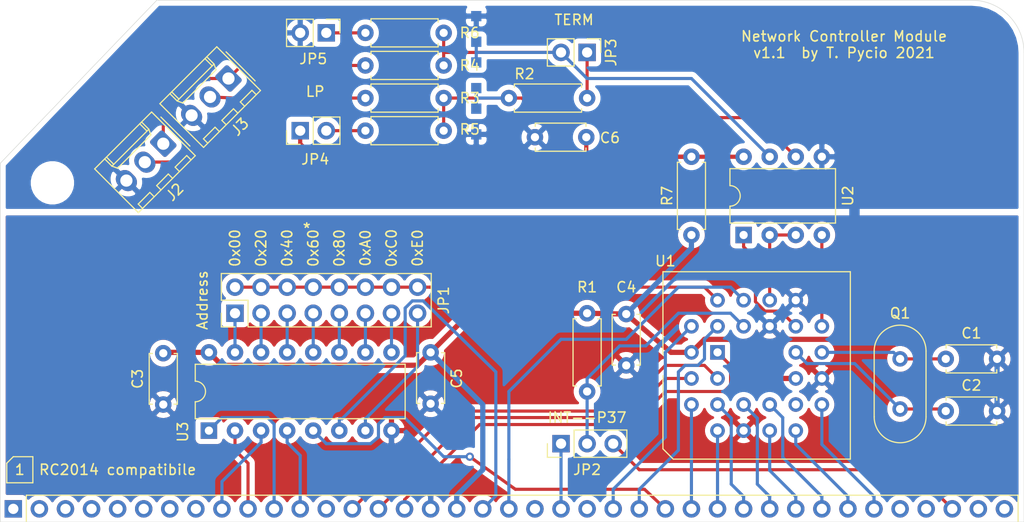
<source format=kicad_pcb>
(kicad_pcb (version 20171130) (host pcbnew "(5.1.10)-1")
  (layers (0 F.Cu signal hide) (31 B.Cu signal hide) (34 B.Paste user) (35 F.Paste user) (36 B.SilkS user) (37 F.SilkS user) (38 B.Mask user) (39 F.Mask user) (44 Edge.Cuts user))
  (net 0 "")
  (net 1 "Net-(J1-Pad39)")
  (net 2 "Net-(J1-Pad38)")
  (net 3 "Net-(J1-Pad37)")
  (net 4 "Net-(J1-Pad36)")
  (net 5 "Net-(J1-Pad35)")
  (net 6 "Net-(J1-Pad23)")
  (net 7 "Net-(J1-Pad21)")
  (net 8 "Net-(J1-Pad13)")
  (net 9 "Net-(J1-Pad8)")
  (net 10 "Net-(J1-Pad7)")
  (net 11 "Net-(J1-Pad6)")
  (net 12 "Net-(J1-Pad5)")
  (net 13 "Net-(J1-Pad4)")
  (net 14 "Net-(J1-Pad3)")
  (net 15 "Net-(J1-Pad2)")
  (net 16 "Net-(J1-Pad1)")
  (net 17 "Net-(U1-Pad13)")
  (net 18 GND)
  (net 19 "Net-(C1-Pad1)")
  (net 20 "Net-(C2-Pad1)")
  (net 21 /D7)
  (net 22 /D6)
  (net 23 /D5)
  (net 24 /D4)
  (net 25 /D3)
  (net 26 /D2)
  (net 27 /D1)
  (net 28 /D0)
  (net 29 /~IORQ)
  (net 30 /~RST)
  (net 31 /~M1)
  (net 32 VCC)
  (net 33 /A0)
  (net 34 /A1)
  (net 35 /A2)
  (net 36 /A4)
  (net 37 /A5)
  (net 38 /A6)
  (net 39 /A7)
  (net 40 /~CE)
  (net 41 "Net-(JP1-Pad15)")
  (net 42 "Net-(JP1-Pad13)")
  (net 43 "Net-(JP1-Pad11)")
  (net 44 "Net-(JP1-Pad9)")
  (net 45 "Net-(JP1-Pad7)")
  (net 46 "Net-(JP1-Pad5)")
  (net 47 "Net-(JP1-Pad3)")
  (net 48 "Net-(JP1-Pad1)")
  (net 49 /~WR)
  (net 50 /~RD)
  (net 51 /EN)
  (net 52 /RX)
  (net 53 /TX)
  (net 54 "Net-(D1-Pad1)")
  (net 55 "Net-(D2-Pad1)")
  (net 56 "Net-(JP3-Pad1)")
  (net 57 /~INT)
  (net 58 "Net-(J2-Pad2)")
  (net 59 "Net-(J2-Pad1)")
  (net 60 /~INTR)
  (net 61 "Net-(JP4-Pad2)")
  (net 62 "Net-(JP5-Pad1)")
  (net 63 VBUS)
  (module Package_LCC:PLCC-28_THT-Socket (layer F.Cu) (at 183.515 104.775 90)
    (fp_text reference U1 (at 8.89 -5.08 180) (layer F.SilkS))
    (fp_text value COM20020)
    (pad 25 thru_hole circle (at 5.08 0 90) (size 1.4224 1.4224) (drill 0.8) (layers *.Cu *.Mask) (net 40 /~CE))
    (pad 23 thru_hole circle (at 5.08 2.54 90) (size 1.4224 1.4224) (drill 0.8) (layers *.Cu *.Mask) (net 30 /~RST))
    (pad 21 thru_hole circle (at 5.08 5.08 90) (size 1.4224 1.4224) (drill 0.8) (layers *.Cu *.Mask) (net 51 /EN))
    (pad 26 thru_hole circle (at 2.54 -2.54 90) (size 1.4224 1.4224) (drill 0.8) (layers *.Cu *.Mask) (net 49 /~WR))
    (pad 24 thru_hole circle (at 2.54 2.54 90) (size 1.4224 1.4224) (drill 0.8) (layers *.Cu *.Mask) (net 60 /~INTR))
    (pad 22 thru_hole circle (at 2.54 5.08 90) (size 1.4224 1.4224) (drill 0.8) (layers *.Cu *.Mask) (net 18 GND))
    (pad 20 thru_hole circle (at 2.54 7.62 90) (size 1.4224 1.4224) (drill 0.8) (layers *.Cu *.Mask) (net 52 /RX))
    (pad 18 thru_hole circle (at 2.54 10.16 90) (size 1.4224 1.4224) (drill 0.8) (layers *.Cu *.Mask) (net 53 /TX))
    (pad 16 thru_hole circle (at 0 10.16 90) (size 1.4224 1.4224) (drill 0.8) (layers *.Cu *.Mask) (net 19 "Net-(C1-Pad1)"))
    (pad 14 thru_hole circle (at -2.54 10.16 90) (size 1.4224 1.4224) (drill 0.8) (layers *.Cu *.Mask) (net 18 GND))
    (pad 12 thru_hole circle (at -5.08 10.16 90) (size 1.4224 1.4224) (drill 0.8) (layers *.Cu *.Mask) (net 21 /D7))
    (pad 19 thru_hole circle (at 5.08 7.62 90) (size 1.4224 1.4224) (drill 0.8) (layers *.Cu *.Mask) (net 18 GND))
    (pad 17 thru_hole circle (at 0 7.62 90) (size 1.4224 1.4224) (drill 0.8) (layers *.Cu *.Mask) (net 20 "Net-(C2-Pad1)"))
    (pad 15 thru_hole circle (at -2.54 7.62 90) (size 1.4224 1.4224) (drill 0.8) (layers *.Cu *.Mask) (net 32 VCC))
    (pad 13 thru_hole circle (at -5.08 7.62 90) (size 1.4224 1.4224) (drill 0.8) (layers *.Cu *.Mask) (net 17 "Net-(U1-Pad13)"))
    (pad 11 thru_hole circle (at -7.62 7.62 90) (size 1.4224 1.4224) (drill 0.8) (layers *.Cu *.Mask) (net 22 /D6))
    (pad 9 thru_hole circle (at -7.62 5.08 90) (size 1.4224 1.4224) (drill 0.8) (layers *.Cu *.Mask) (net 24 /D4))
    (pad 7 thru_hole circle (at -7.62 2.54 90) (size 1.4224 1.4224) (drill 0.8) (layers *.Cu *.Mask) (net 18 GND))
    (pad 5 thru_hole circle (at -7.62 0 90) (size 1.4224 1.4224) (drill 0.8) (layers *.Cu *.Mask) (net 27 /D1))
    (pad 10 thru_hole circle (at -5.08 5.08 90) (size 1.4224 1.4224) (drill 0.8) (layers *.Cu *.Mask) (net 23 /D5))
    (pad 8 thru_hole circle (at -5.08 2.54 90) (size 1.4224 1.4224) (drill 0.8) (layers *.Cu *.Mask) (net 25 /D3))
    (pad 6 thru_hole circle (at -5.08 0 90) (size 1.4224 1.4224) (drill 0.8) (layers *.Cu *.Mask) (net 26 /D2))
    (pad 28 thru_hole circle (at 0 -2.54 90) (size 1.4224 1.4224) (drill 0.8) (layers *.Cu *.Mask) (net 32 VCC))
    (pad 4 thru_hole circle (at -5.08 -2.54 90) (size 1.4224 1.4224) (drill 0.8) (layers *.Cu *.Mask) (net 28 /D0))
    (pad 2 thru_hole circle (at -2.54 -2.54 90) (size 1.4224 1.4224) (drill 0.8) (layers *.Cu *.Mask) (net 34 /A1))
    (pad 27 thru_hole circle (at 2.54 0 90) (size 1.4224 1.4224) (drill 0.8) (layers *.Cu *.Mask) (net 50 /~RD))
    (pad 3 thru_hole circle (at -2.54 0 90) (size 1.4224 1.4224) (drill 0.8) (layers *.Cu *.Mask) (net 35 /A2))
    (pad 1 thru_hole rect (at 0 0 90) (size 1.4224 1.4224) (drill 0.8) (layers *.Cu *.Mask) (net 33 /A0))
  )
  (module Resistor_THT:R_Axial_DIN0207_L6.3mm_D2.5mm_P7.62mm_Horizontal (layer F.Cu) (at 170.815 100.965 270)
    (fp_text reference R1 (at -2.54 0 180) (layer F.SilkS))
    (fp_text value 10k)
    (pad 2 thru_hole oval (at 7.62 0 270) (size 1.6 1.6) (drill 0.8) (layers *.Cu *.Mask) (net 60 /~INTR))
    (pad 1 thru_hole circle (at 0 0 270) (size 1.6 1.6) (drill 0.8) (layers *.Cu *.Mask) (net 32 VCC))
  )
  (module Capacitor_THT:C_Disc_D4.7mm_W2.5mm_P5.00mm (layer F.Cu) (at 155.575 109.775 90)
    (fp_text reference C5 (at 2.46 2.54 90) (layer F.SilkS))
    (fp_text value 100n)
    (pad 2 thru_hole circle (at 5 0 90) (size 1.6 1.6) (drill 0.8) (layers *.Cu *.Mask) (net 32 VCC))
    (pad 1 thru_hole circle (at 0 0 90) (size 1.6 1.6) (drill 0.8) (layers *.Cu *.Mask) (net 18 GND))
  )
  (module Crystal:Crystal_HC49-4H_Vertical (layer F.Cu) (at 201.295 105.41 270)
    (fp_text reference Q1 (at -4.445 0 180) (layer F.SilkS))
    (fp_text value 10MHz)
    (pad 2 thru_hole circle (at 4.88 0 270) (size 1.5 1.5) (drill 0.8) (layers *.Cu *.Mask) (net 20 "Net-(C2-Pad1)"))
    (pad 1 thru_hole circle (at 0 0 270) (size 1.5 1.5) (drill 0.8) (layers *.Cu *.Mask) (net 19 "Net-(C1-Pad1)"))
  )
  (module Connector_PinHeader_2.54mm:PinHeader_1x03_P2.54mm_Vertical (layer F.Cu) (at 168.275 113.665 90)
    (fp_text reference JP2 (at -2.54 2.54 180) (layer F.SilkS))
    (fp_text value INTR)
    (pad 3 thru_hole oval (at 0 5.08 90) (size 1.7 1.7) (drill 1) (layers *.Cu *.Mask) (net 3 "Net-(J1-Pad37)"))
    (pad 2 thru_hole oval (at 0 2.54 90) (size 1.7 1.7) (drill 1) (layers *.Cu *.Mask) (net 60 /~INTR))
    (pad 1 thru_hole rect (at 0 0 90) (size 1.7 1.7) (drill 1) (layers *.Cu *.Mask) (net 57 /~INT))
  )
  (module RC2014:D_SOD-323_HandSolder (layer B.Cu) (at 160.02 77.7875 90)
    (fp_text reference D3 hide)
    (fp_text value SD05)
    (pad 2 smd rect (at 1.25 0 90) (size 1 1) (layers B.Cu B.Paste B.Mask) (net 54 "Net-(D1-Pad1)"))
    (pad 1 smd rect (at -1.25 0 90) (size 1 1) (layers B.Cu B.Paste B.Mask) (net 55 "Net-(D2-Pad1)"))
  )
  (module RC2014:D_SOD-323_HandSolder (layer B.Cu) (at 160.02 82.296 270)
    (fp_text reference D2 hide)
    (fp_text value SD05)
    (pad 2 smd rect (at 1.25 0 270) (size 1 1) (layers B.Cu B.Paste B.Mask) (net 18 GND))
    (pad 1 smd rect (at -1.25 0 270) (size 1 1) (layers B.Cu B.Paste B.Mask) (net 55 "Net-(D2-Pad1)"))
  )
  (module RC2014:D_SOD-323_HandSolder (layer B.Cu) (at 160.02 73.279 90)
    (fp_text reference D1 hide)
    (fp_text value SD05)
    (pad 2 smd rect (at 1.25 0 90) (size 1 1) (layers B.Cu B.Paste B.Mask) (net 18 GND))
    (pad 1 smd rect (at -1.25 0 90) (size 1 1) (layers B.Cu B.Paste B.Mask) (net 54 "Net-(D1-Pad1)"))
  )
  (module Resistor_THT:R_Axial_DIN0207_L6.3mm_D2.5mm_P7.62mm_Horizontal (layer F.Cu) (at 180.975 93.345 90)
    (fp_text reference R7 (at 3.81 -2.37 90) (layer F.SilkS))
    (fp_text value 10)
    (pad 2 thru_hole oval (at 7.62 0 90) (size 1.6 1.6) (drill 0.8) (layers *.Cu *.Mask) (net 63 VBUS))
    (pad 1 thru_hole circle (at 0 0 90) (size 1.6 1.6) (drill 0.8) (layers *.Cu *.Mask) (net 32 VCC))
  )
  (module Capacitor_THT:C_Disc_D4.7mm_W2.5mm_P5.00mm (layer F.Cu) (at 165.735 83.82)
    (fp_text reference C6 (at 7.3025 0.0635) (layer F.SilkS))
    (fp_text value 100n)
    (pad 2 thru_hole circle (at 5 0) (size 1.6 1.6) (drill 0.8) (layers *.Cu *.Mask) (net 63 VBUS))
    (pad 1 thru_hole circle (at 0 0) (size 1.6 1.6) (drill 0.8) (layers *.Cu *.Mask) (net 18 GND))
  )
  (module Package_DIP:DIP-8_W7.62mm (layer F.Cu) (at 186.055 93.345 90)
    (fp_text reference U2 (at 3.81 10.16 270) (layer F.SilkS))
    (fp_text value 75176)
    (pad 8 thru_hole oval (at 7.62 0 90) (size 1.6 1.6) (drill 0.8) (layers *.Cu *.Mask) (net 63 VBUS))
    (pad 4 thru_hole oval (at 0 7.62 90) (size 1.6 1.6) (drill 0.8) (layers *.Cu *.Mask) (net 53 /TX))
    (pad 7 thru_hole oval (at 7.62 2.54 90) (size 1.6 1.6) (drill 0.8) (layers *.Cu *.Mask) (net 54 "Net-(D1-Pad1)"))
    (pad 3 thru_hole oval (at 0 5.08 90) (size 1.6 1.6) (drill 0.8) (layers *.Cu *.Mask) (net 51 /EN))
    (pad 6 thru_hole oval (at 7.62 5.08 90) (size 1.6 1.6) (drill 0.8) (layers *.Cu *.Mask) (net 55 "Net-(D2-Pad1)"))
    (pad 2 thru_hole oval (at 0 2.54 90) (size 1.6 1.6) (drill 0.8) (layers *.Cu *.Mask) (net 51 /EN))
    (pad 5 thru_hole oval (at 7.62 7.62 90) (size 1.6 1.6) (drill 0.8) (layers *.Cu *.Mask) (net 18 GND))
    (pad 1 thru_hole rect (at 0 0 90) (size 1.6 1.6) (drill 0.8) (layers *.Cu *.Mask) (net 52 /RX))
  )
  (module Resistor_THT:R_Axial_DIN0207_L6.3mm_D2.5mm_P7.62mm_Horizontal (layer F.Cu) (at 156.845 73.66 180)
    (fp_text reference R6 (at -2.54 0) (layer F.SilkS))
    (fp_text value 47k)
    (pad 2 thru_hole oval (at 7.62 0 180) (size 1.6 1.6) (drill 0.8) (layers *.Cu *.Mask) (net 62 "Net-(JP5-Pad1)"))
    (pad 1 thru_hole circle (at 0 0 180) (size 1.6 1.6) (drill 0.8) (layers *.Cu *.Mask) (net 54 "Net-(D1-Pad1)"))
  )
  (module Resistor_THT:R_Axial_DIN0207_L6.3mm_D2.5mm_P7.62mm_Horizontal (layer F.Cu) (at 149.225 83.185)
    (fp_text reference R5 (at 10.16 -0.127) (layer F.SilkS))
    (fp_text value 47k)
    (pad 2 thru_hole oval (at 7.62 0) (size 1.6 1.6) (drill 0.8) (layers *.Cu *.Mask) (net 55 "Net-(D2-Pad1)"))
    (pad 1 thru_hole circle (at 0 0) (size 1.6 1.6) (drill 0.8) (layers *.Cu *.Mask) (net 61 "Net-(JP4-Pad2)"))
  )
  (module Connector_PinHeader_2.54mm:PinHeader_1x02_P2.54mm_Vertical (layer F.Cu) (at 145.415 73.66 270)
    (fp_text reference JP5 (at 2.54 1.27 180) (layer F.SilkS))
    (fp_text value LP (at 5.715 1.0795 180) (layer F.SilkS))
    (pad 2 thru_hole oval (at 0 2.54 270) (size 1.7 1.7) (drill 1) (layers *.Cu *.Mask) (net 18 GND))
    (pad 1 thru_hole rect (at 0 0 270) (size 1.7 1.7) (drill 1) (layers *.Cu *.Mask) (net 62 "Net-(JP5-Pad1)"))
  )
  (module Connector_PinHeader_2.54mm:PinHeader_1x02_P2.54mm_Vertical (layer F.Cu) (at 142.875 83.185 90)
    (fp_text reference JP4 (at -2.794 1.4605 180) (layer F.SilkS))
    (fp_text value LP)
    (pad 2 thru_hole oval (at 0 2.54 90) (size 1.7 1.7) (drill 1) (layers *.Cu *.Mask) (net 61 "Net-(JP4-Pad2)"))
    (pad 1 thru_hole rect (at 0 0 90) (size 1.7 1.7) (drill 1) (layers *.Cu *.Mask) (net 63 VBUS))
  )
  (module Connector_Molex:Molex_KK-254_AE-6410-03A_1x03_P2.54mm_Vertical (layer F.Cu) (at 135.89 78.105 225)
    (fp_text reference J3 (at 2.54 -4.12 45) (layer F.SilkS))
    (fp_text value NET2)
    (pad 3 thru_hole oval (at 5.08 0 225) (size 1.74 2.19) (drill 1.19) (layers *.Cu *.Mask) (net 18 GND))
    (pad 2 thru_hole oval (at 2.54 0 225) (size 1.74 2.19) (drill 1.19) (layers *.Cu *.Mask) (net 58 "Net-(J2-Pad2)"))
    (pad 1 thru_hole roundrect (at 0 0 225) (size 1.74 2.19) (drill 1.19) (layers *.Cu *.Mask) (roundrect_rratio 0.1436775862068966) (net 59 "Net-(J2-Pad1)"))
  )
  (module Connector_Molex:Molex_KK-254_AE-6410-03A_1x03_P2.54mm_Vertical (layer F.Cu) (at 129.54 84.455 225)
    (fp_text reference J2 (at 2.54 -4.12 45) (layer F.SilkS))
    (fp_text value NET1)
    (pad 3 thru_hole oval (at 5.08 0 225) (size 1.74 2.19) (drill 1.19) (layers *.Cu *.Mask) (net 18 GND))
    (pad 2 thru_hole oval (at 2.54 0 225) (size 1.74 2.19) (drill 1.19) (layers *.Cu *.Mask) (net 58 "Net-(J2-Pad2)"))
    (pad 1 thru_hole roundrect (at 0 0 225) (size 1.74 2.19) (drill 1.19) (layers *.Cu *.Mask) (roundrect_rratio 0.1436775862068966) (net 59 "Net-(J2-Pad1)"))
  )
  (module Resistor_THT:R_Axial_DIN0207_L6.3mm_D2.5mm_P7.62mm_Horizontal (layer F.Cu) (at 149.225 76.835)
    (fp_text reference R4 (at 10.16 0) (layer F.SilkS))
    (fp_text value 10)
    (pad 2 thru_hole oval (at 7.62 0) (size 1.6 1.6) (drill 0.8) (layers *.Cu *.Mask) (net 54 "Net-(D1-Pad1)"))
    (pad 1 thru_hole circle (at 0 0) (size 1.6 1.6) (drill 0.8) (layers *.Cu *.Mask) (net 59 "Net-(J2-Pad1)"))
  )
  (module Resistor_THT:R_Axial_DIN0207_L6.3mm_D2.5mm_P7.62mm_Horizontal (layer F.Cu) (at 156.845 80.01 180)
    (fp_text reference R3 (at -2.54 0) (layer F.SilkS))
    (fp_text value 10)
    (pad 2 thru_hole oval (at 7.62 0 180) (size 1.6 1.6) (drill 0.8) (layers *.Cu *.Mask) (net 58 "Net-(J2-Pad2)"))
    (pad 1 thru_hole circle (at 0 0 180) (size 1.6 1.6) (drill 0.8) (layers *.Cu *.Mask) (net 55 "Net-(D2-Pad1)"))
  )
  (module Resistor_THT:R_Axial_DIN0207_L6.3mm_D2.5mm_P7.62mm_Horizontal (layer F.Cu) (at 170.815 80.01 180)
    (fp_text reference R2 (at 6.096 2.3495) (layer F.SilkS))
    (fp_text value 120)
    (pad 2 thru_hole oval (at 7.62 0 180) (size 1.6 1.6) (drill 0.8) (layers *.Cu *.Mask) (net 55 "Net-(D2-Pad1)"))
    (pad 1 thru_hole circle (at 0 0 180) (size 1.6 1.6) (drill 0.8) (layers *.Cu *.Mask) (net 56 "Net-(JP3-Pad1)"))
  )
  (module Connector_PinHeader_2.54mm:PinHeader_1x02_P2.54mm_Vertical (layer F.Cu) (at 170.815 75.565 270)
    (fp_text reference JP3 (at 0 -2.33 90) (layer F.SilkS))
    (fp_text value TERM (at -3.175 1.27 180) (layer F.SilkS))
    (pad 2 thru_hole oval (at 0 2.54 270) (size 1.7 1.7) (drill 1) (layers *.Cu *.Mask) (net 54 "Net-(D1-Pad1)"))
    (pad 1 thru_hole rect (at 0 0 270) (size 1.7 1.7) (drill 1) (layers *.Cu *.Mask) (net 56 "Net-(JP3-Pad1)"))
  )
  (module Capacitor_THT:C_Disc_D4.7mm_W2.5mm_P5.00mm (layer F.Cu) (at 174.625 106.045 90)
    (fp_text reference C4 (at 7.62 0 180) (layer F.SilkS))
    (fp_text value 100n)
    (pad 2 thru_hole circle (at 5 0 90) (size 1.6 1.6) (drill 0.8) (layers *.Cu *.Mask) (net 32 VCC))
    (pad 1 thru_hole circle (at 0 0 90) (size 1.6 1.6) (drill 0.8) (layers *.Cu *.Mask) (net 18 GND))
  )
  (module Capacitor_THT:C_Disc_D4.7mm_W2.5mm_P5.00mm (layer F.Cu) (at 129.54 109.855 90)
    (fp_text reference C3 (at 2.5 -2.5 90) (layer F.SilkS))
    (fp_text value 100n)
    (pad 2 thru_hole circle (at 5 0 90) (size 1.6 1.6) (drill 0.8) (layers *.Cu *.Mask) (net 32 VCC))
    (pad 1 thru_hole circle (at 0 0 90) (size 1.6 1.6) (drill 0.8) (layers *.Cu *.Mask) (net 18 GND))
  )
  (module Package_DIP:DIP-16_W7.62mm (layer F.Cu) (at 133.985 112.395 90)
    (fp_text reference U3 (at -0.127 -2.54 90) (layer F.SilkS))
    (fp_text value 74HCT138)
    (pad 16 thru_hole oval (at 7.62 0 90) (size 1.6 1.6) (drill 0.8) (layers *.Cu *.Mask) (net 32 VCC))
    (pad 8 thru_hole oval (at 0 17.78 90) (size 1.6 1.6) (drill 0.8) (layers *.Cu *.Mask) (net 18 GND))
    (pad 15 thru_hole oval (at 7.62 2.54 90) (size 1.6 1.6) (drill 0.8) (layers *.Cu *.Mask) (net 48 "Net-(JP1-Pad1)"))
    (pad 7 thru_hole oval (at 0 15.24 90) (size 1.6 1.6) (drill 0.8) (layers *.Cu *.Mask) (net 41 "Net-(JP1-Pad15)"))
    (pad 14 thru_hole oval (at 7.62 5.08 90) (size 1.6 1.6) (drill 0.8) (layers *.Cu *.Mask) (net 47 "Net-(JP1-Pad3)"))
    (pad 6 thru_hole oval (at 0 12.7 90) (size 1.6 1.6) (drill 0.8) (layers *.Cu *.Mask) (net 31 /~M1))
    (pad 13 thru_hole oval (at 7.62 7.62 90) (size 1.6 1.6) (drill 0.8) (layers *.Cu *.Mask) (net 46 "Net-(JP1-Pad5)"))
    (pad 5 thru_hole oval (at 0 10.16 90) (size 1.6 1.6) (drill 0.8) (layers *.Cu *.Mask) (net 29 /~IORQ))
    (pad 12 thru_hole oval (at 7.62 10.16 90) (size 1.6 1.6) (drill 0.8) (layers *.Cu *.Mask) (net 45 "Net-(JP1-Pad7)"))
    (pad 4 thru_hole oval (at 0 7.62 90) (size 1.6 1.6) (drill 0.8) (layers *.Cu *.Mask) (net 36 /A4))
    (pad 11 thru_hole oval (at 7.62 12.7 90) (size 1.6 1.6) (drill 0.8) (layers *.Cu *.Mask) (net 44 "Net-(JP1-Pad9)"))
    (pad 3 thru_hole oval (at 0 5.08 90) (size 1.6 1.6) (drill 0.8) (layers *.Cu *.Mask) (net 39 /A7))
    (pad 10 thru_hole oval (at 7.62 15.24 90) (size 1.6 1.6) (drill 0.8) (layers *.Cu *.Mask) (net 43 "Net-(JP1-Pad11)"))
    (pad 2 thru_hole oval (at 0 2.54 90) (size 1.6 1.6) (drill 0.8) (layers *.Cu *.Mask) (net 38 /A6))
    (pad 9 thru_hole oval (at 7.62 17.78 90) (size 1.6 1.6) (drill 0.8) (layers *.Cu *.Mask) (net 42 "Net-(JP1-Pad13)"))
    (pad 1 thru_hole rect (at 0 0 90) (size 1.6 1.6) (drill 0.8) (layers *.Cu *.Mask) (net 37 /A5))
  )
  (module Connector_PinHeader_2.54mm:PinHeader_2x08_P2.54mm_Vertical (layer F.Cu) (at 136.525 100.965 90)
    (fp_text reference JP1 (at 1.27 20.32 90) (layer F.SilkS))
    (fp_text value Address (at 1.27 -3.175 90) (layer F.SilkS))
    (pad 16 thru_hole oval (at 2.54 17.78 90) (size 1.7 1.7) (drill 1) (layers *.Cu *.Mask) (net 40 /~CE))
    (pad 15 thru_hole oval (at 0 17.78 90) (size 1.7 1.7) (drill 1) (layers *.Cu *.Mask) (net 41 "Net-(JP1-Pad15)"))
    (pad 14 thru_hole oval (at 2.54 15.24 90) (size 1.7 1.7) (drill 1) (layers *.Cu *.Mask) (net 40 /~CE))
    (pad 13 thru_hole oval (at 0 15.24 90) (size 1.7 1.7) (drill 1) (layers *.Cu *.Mask) (net 42 "Net-(JP1-Pad13)"))
    (pad 12 thru_hole oval (at 2.54 12.7 90) (size 1.7 1.7) (drill 1) (layers *.Cu *.Mask) (net 40 /~CE))
    (pad 11 thru_hole oval (at 0 12.7 90) (size 1.7 1.7) (drill 1) (layers *.Cu *.Mask) (net 43 "Net-(JP1-Pad11)"))
    (pad 10 thru_hole oval (at 2.54 10.16 90) (size 1.7 1.7) (drill 1) (layers *.Cu *.Mask) (net 40 /~CE))
    (pad 9 thru_hole oval (at 0 10.16 90) (size 1.7 1.7) (drill 1) (layers *.Cu *.Mask) (net 44 "Net-(JP1-Pad9)"))
    (pad 8 thru_hole oval (at 2.54 7.62 90) (size 1.7 1.7) (drill 1) (layers *.Cu *.Mask) (net 40 /~CE))
    (pad 7 thru_hole oval (at 0 7.62 90) (size 1.7 1.7) (drill 1) (layers *.Cu *.Mask) (net 45 "Net-(JP1-Pad7)"))
    (pad 6 thru_hole oval (at 2.54 5.08 90) (size 1.7 1.7) (drill 1) (layers *.Cu *.Mask) (net 40 /~CE))
    (pad 5 thru_hole oval (at 0 5.08 90) (size 1.7 1.7) (drill 1) (layers *.Cu *.Mask) (net 46 "Net-(JP1-Pad5)"))
    (pad 4 thru_hole oval (at 2.54 2.54 90) (size 1.7 1.7) (drill 1) (layers *.Cu *.Mask) (net 40 /~CE))
    (pad 3 thru_hole oval (at 0 2.54 90) (size 1.7 1.7) (drill 1) (layers *.Cu *.Mask) (net 47 "Net-(JP1-Pad3)"))
    (pad 2 thru_hole oval (at 2.54 0 90) (size 1.7 1.7) (drill 1) (layers *.Cu *.Mask) (net 40 /~CE))
    (pad 1 thru_hole rect (at 0 0 90) (size 1.7 1.7) (drill 1) (layers *.Cu *.Mask) (net 48 "Net-(JP1-Pad1)"))
  )
  (module Capacitor_THT:C_Disc_D4.7mm_W2.5mm_P5.00mm (layer F.Cu) (at 205.74 110.49)
    (fp_text reference C2 (at 2.5 -2.5) (layer F.SilkS))
    (fp_text value 27pF)
    (pad 2 thru_hole circle (at 5 0) (size 1.6 1.6) (drill 0.8) (layers *.Cu *.Mask) (net 18 GND))
    (pad 1 thru_hole circle (at 0 0) (size 1.6 1.6) (drill 0.8) (layers *.Cu *.Mask) (net 20 "Net-(C2-Pad1)"))
  )
  (module Capacitor_THT:C_Disc_D4.7mm_W2.5mm_P5.00mm (layer F.Cu) (at 205.74 105.41)
    (fp_text reference C1 (at 2.5 -2.5) (layer F.SilkS))
    (fp_text value 27pF)
    (pad 2 thru_hole circle (at 5 0) (size 1.6 1.6) (drill 0.8) (layers *.Cu *.Mask) (net 18 GND))
    (pad 1 thru_hole circle (at 0 0) (size 1.6 1.6) (drill 0.8) (layers *.Cu *.Mask) (net 19 "Net-(C1-Pad1)"))
  )
  (module Connector_PinHeader_2.54mm:PinHeader_1x39_P2.54mm_Vertical (layer F.Cu) (at 114.935 120.015 90)
    (fp_text reference J1)
    (fp_text value "RC2014 compatibile" (at 3.81 10.16 180) (layer F.SilkS))
    (pad 39 thru_hole oval (at 0 96.52 90) (size 1.7 1.7) (drill 1) (layers *.Cu *.Mask) (net 1 "Net-(J1-Pad39)"))
    (pad 38 thru_hole oval (at 0 93.98 90) (size 1.7 1.7) (drill 1) (layers *.Cu *.Mask) (net 2 "Net-(J1-Pad38)"))
    (pad 37 thru_hole oval (at 0 91.44 90) (size 1.7 1.7) (drill 1) (layers *.Cu *.Mask) (net 3 "Net-(J1-Pad37)"))
    (pad 36 thru_hole oval (at 0 88.9 90) (size 1.7 1.7) (drill 1) (layers *.Cu *.Mask) (net 4 "Net-(J1-Pad36)"))
    (pad 35 thru_hole oval (at 0 86.36 90) (size 1.7 1.7) (drill 1) (layers *.Cu *.Mask) (net 5 "Net-(J1-Pad35)"))
    (pad 34 thru_hole oval (at 0 83.82 90) (size 1.7 1.7) (drill 1) (layers *.Cu *.Mask) (net 21 /D7))
    (pad 33 thru_hole oval (at 0 81.28 90) (size 1.7 1.7) (drill 1) (layers *.Cu *.Mask) (net 22 /D6))
    (pad 32 thru_hole oval (at 0 78.74 90) (size 1.7 1.7) (drill 1) (layers *.Cu *.Mask) (net 23 /D5))
    (pad 31 thru_hole oval (at 0 76.2 90) (size 1.7 1.7) (drill 1) (layers *.Cu *.Mask) (net 24 /D4))
    (pad 30 thru_hole oval (at 0 73.66 90) (size 1.7 1.7) (drill 1) (layers *.Cu *.Mask) (net 25 /D3))
    (pad 29 thru_hole oval (at 0 71.12 90) (size 1.7 1.7) (drill 1) (layers *.Cu *.Mask) (net 26 /D2))
    (pad 28 thru_hole oval (at 0 68.58 90) (size 1.7 1.7) (drill 1) (layers *.Cu *.Mask) (net 27 /D1))
    (pad 27 thru_hole oval (at 0 66.04 90) (size 1.7 1.7) (drill 1) (layers *.Cu *.Mask) (net 28 /D0))
    (pad 26 thru_hole oval (at 0 63.5 90) (size 1.7 1.7) (drill 1) (layers *.Cu *.Mask) (net 29 /~IORQ))
    (pad 25 thru_hole oval (at 0 60.96 90) (size 1.7 1.7) (drill 1) (layers *.Cu *.Mask) (net 50 /~RD))
    (pad 24 thru_hole oval (at 0 58.42 90) (size 1.7 1.7) (drill 1) (layers *.Cu *.Mask) (net 49 /~WR))
    (pad 23 thru_hole oval (at 0 55.88 90) (size 1.7 1.7) (drill 1) (layers *.Cu *.Mask) (net 6 "Net-(J1-Pad23)"))
    (pad 22 thru_hole oval (at 0 53.34 90) (size 1.7 1.7) (drill 1) (layers *.Cu *.Mask) (net 57 /~INT))
    (pad 21 thru_hole oval (at 0 50.8 90) (size 1.7 1.7) (drill 1) (layers *.Cu *.Mask) (net 7 "Net-(J1-Pad21)"))
    (pad 20 thru_hole oval (at 0 48.26 90) (size 1.7 1.7) (drill 1) (layers *.Cu *.Mask) (net 30 /~RST))
    (pad 19 thru_hole oval (at 0 45.72 90) (size 1.7 1.7) (drill 1) (layers *.Cu *.Mask) (net 31 /~M1))
    (pad 18 thru_hole oval (at 0 43.18 90) (size 1.7 1.7) (drill 1) (layers *.Cu *.Mask) (net 32 VCC))
    (pad 17 thru_hole oval (at 0 40.64 90) (size 1.7 1.7) (drill 1) (layers *.Cu *.Mask) (net 18 GND))
    (pad 16 thru_hole oval (at 0 38.1 90) (size 1.7 1.7) (drill 1) (layers *.Cu *.Mask) (net 33 /A0))
    (pad 15 thru_hole oval (at 0 35.56 90) (size 1.7 1.7) (drill 1) (layers *.Cu *.Mask) (net 34 /A1))
    (pad 14 thru_hole oval (at 0 33.02 90) (size 1.7 1.7) (drill 1) (layers *.Cu *.Mask) (net 35 /A2))
    (pad 13 thru_hole oval (at 0 30.48 90) (size 1.7 1.7) (drill 1) (layers *.Cu *.Mask) (net 8 "Net-(J1-Pad13)"))
    (pad 12 thru_hole oval (at 0 27.94 90) (size 1.7 1.7) (drill 1) (layers *.Cu *.Mask) (net 36 /A4))
    (pad 11 thru_hole oval (at 0 25.4 90) (size 1.7 1.7) (drill 1) (layers *.Cu *.Mask) (net 37 /A5))
    (pad 10 thru_hole oval (at 0 22.86 90) (size 1.7 1.7) (drill 1) (layers *.Cu *.Mask) (net 38 /A6))
    (pad 9 thru_hole oval (at 0 20.32 90) (size 1.7 1.7) (drill 1) (layers *.Cu *.Mask) (net 39 /A7))
    (pad 8 thru_hole oval (at 0 17.78 90) (size 1.7 1.7) (drill 1) (layers *.Cu *.Mask) (net 9 "Net-(J1-Pad8)"))
    (pad 7 thru_hole oval (at 0 15.24 90) (size 1.7 1.7) (drill 1) (layers *.Cu *.Mask) (net 10 "Net-(J1-Pad7)"))
    (pad 6 thru_hole oval (at 0 12.7 90) (size 1.7 1.7) (drill 1) (layers *.Cu *.Mask) (net 11 "Net-(J1-Pad6)"))
    (pad 5 thru_hole oval (at 0 10.16 90) (size 1.7 1.7) (drill 1) (layers *.Cu *.Mask) (net 12 "Net-(J1-Pad5)"))
    (pad 4 thru_hole oval (at 0 7.62 90) (size 1.7 1.7) (drill 1) (layers *.Cu *.Mask) (net 13 "Net-(J1-Pad4)"))
    (pad 3 thru_hole oval (at 0 5.08 90) (size 1.7 1.7) (drill 1) (layers *.Cu *.Mask) (net 14 "Net-(J1-Pad3)"))
    (pad 2 thru_hole oval (at 0 2.54 90) (size 1.7 1.7) (drill 1) (layers *.Cu *.Mask) (net 15 "Net-(J1-Pad2)"))
    (pad 1 thru_hole rect (at 0 0 90) (size 1.7 1.7) (drill 1) (layers *.Cu *.Mask) (net 16 "Net-(J1-Pad1)"))
  )
  (module MountingHole:MountingHole_3.2mm_M3_DIN965 (layer F.Cu) (at 118.745 88.265)
    (fp_text reference H1 hide)
    (fp_text value MountingHole hide)
    (pad 1 np_thru_hole circle (at 0 0) (size 3.2 3.2) (drill 3.2) (layers *.Cu *.Mask))
  )
  (gr_text * (at 143.51 92.71) (layer F.SilkS) (effects (font (size 1 1))))
  (gr_text INT--P37 (at 170.815 111.125) (layer F.SilkS) (effects (font (size 1 1))))
  (gr_text 0xE0 (at 154.305 94.615 90) (layer F.SilkS) (effects (font (size 1 1))))
  (gr_text 0xC0 (at 151.765 94.615 90) (layer F.SilkS) (effects (font (size 1 1))))
  (gr_text 0xA0 (at 149.225 94.615 90) (layer F.SilkS) (effects (font (size 1 1))))
  (gr_text 0x80 (at 146.685 94.615 90) (layer F.SilkS) (effects (font (size 1 1))))
  (gr_text 0x60 (at 144.145 94.615 90) (layer F.SilkS) (effects (font (size 1 1))))
  (gr_text 0x40 (at 141.605 94.615 90) (layer F.SilkS) (effects (font (size 1 1))))
  (gr_text 0x20 (at 139.065 94.615 90) (layer F.SilkS) (effects (font (size 1 1))))
  (gr_text 0x00 (at 136.525 94.615 90) (layer F.SilkS) (effects (font (size 1 1))))
  (gr_text "Network Controller Module\nv1.1  by T. Pycio 2021" (at 195.834 74.803) (layer F.SilkS) (effects (font (size 1 1))))
  (gr_text 1 (at 115.57 116.205) (layer F.SilkS) (effects (font (size 1 1))))
  (gr_line (start 116.84 117.475) (end 114.3 117.475) (layer F.SilkS) (width 0.12))
  (gr_line (start 116.84 114.935) (end 116.84 117.475) (layer F.SilkS) (width 0.12))
  (gr_line (start 114.935 114.935) (end 116.84 114.935) (layer F.SilkS) (width 0.12))
  (gr_line (start 114.3 115.57) (end 114.935 114.935) (layer F.SilkS) (width 0.12))
  (gr_line (start 114.3 117.475) (end 114.3 115.57) (layer F.SilkS) (width 0.12))
  (gr_arc (start 208.28 75.565) (end 213.36 75.565) (angle -90) (layer Edge.Cuts) (width 0.05))
  (gr_line (start 213.36 121.285) (end 213.36 75.565) (layer Edge.Cuts) (width 0.05))
  (gr_line (start 128.905 70.485) (end 208.28 70.485) (layer Edge.Cuts) (width 0.05))
  (gr_line (start 113.665 86.36) (end 128.905 70.485) (layer Edge.Cuts) (width 0.05))
  (gr_line (start 113.665 121.285) (end 113.665 86.36) (layer Edge.Cuts) (width 0.05))
  (gr_line (start 113.665 121.285) (end 213.36 121.285) (layer Edge.Cuts) (width 0.05))
  (segment (start 175.895 116.205) (end 173.355 113.665) (width 0.3048) (layer F.Cu) (net 3))
  (segment (start 202.565 116.205) (end 175.895 116.205) (width 0.3048) (layer F.Cu) (net 3))
  (segment (start 206.375 120.015) (end 202.565 116.205) (width 0.3048) (layer F.Cu) (net 3))
  (segment (start 191.135 99.695) (end 188.595 102.235) (width 0.508) (layer B.Cu) (net 18))
  (segment (start 210.74 110.49) (end 210.74 105.41) (width 0.508) (layer B.Cu) (net 18))
  (segment (start 195.58 104.14) (end 195.58 105.41) (width 0.508) (layer F.Cu) (net 18))
  (segment (start 195.58 105.41) (end 193.675 107.315) (width 0.508) (layer F.Cu) (net 18))
  (segment (start 194.945 103.505) (end 195.58 104.14) (width 0.508) (layer F.Cu) (net 18))
  (segment (start 189.865 103.505) (end 194.945 103.505) (width 0.508) (layer F.Cu) (net 18))
  (segment (start 188.595 102.235) (end 189.865 103.505) (width 0.508) (layer F.Cu) (net 18))
  (segment (start 186.055 112.395) (end 187.96 114.3) (width 0.508) (layer F.Cu) (net 18))
  (segment (start 187.96 114.3) (end 193.675 114.3) (width 0.508) (layer F.Cu) (net 18))
  (segment (start 193.675 114.3) (end 195.58 112.395) (width 0.508) (layer F.Cu) (net 18))
  (segment (start 195.58 112.395) (end 195.58 109.22) (width 0.508) (layer F.Cu) (net 18))
  (segment (start 195.58 109.22) (end 193.675 107.315) (width 0.508) (layer F.Cu) (net 18))
  (segment (start 155.575 118.7107) (end 155.575 120.015) (width 0.508) (layer B.Cu) (net 18))
  (segment (start 151.765 114.935) (end 155.575 118.7107) (width 0.508) (layer B.Cu) (net 18))
  (segment (start 151.765 112.395) (end 151.765 114.935) (width 0.508) (layer B.Cu) (net 18))
  (segment (start 196.85 93.98) (end 191.135 99.695) (width 0.508) (layer B.Cu) (net 18))
  (segment (start 196.85 88.9) (end 196.85 93.98) (width 1.016) (layer B.Cu) (net 18))
  (segment (start 201.295 105.41) (end 205.74 105.41) (width 0.3048) (layer F.Cu) (net 19))
  (segment (start 200.66 104.775) (end 201.295 105.41) (width 0.3048) (layer B.Cu) (net 19))
  (segment (start 193.675 104.775) (end 200.66 104.775) (width 0.3048) (layer B.Cu) (net 19))
  (segment (start 201.295 110.29) (end 205.54 110.29) (width 0.3048) (layer F.Cu) (net 20))
  (segment (start 205.54 110.29) (end 205.74 110.49) (width 0.3048) (layer F.Cu) (net 20))
  (segment (start 191.135 104.775) (end 192.2262 105.8662) (width 0.3048) (layer B.Cu) (net 20))
  (segment (start 192.2262 105.8662) (end 196.8712 105.8662) (width 0.3048) (layer B.Cu) (net 20))
  (segment (start 196.8712 105.8662) (end 201.295 110.29) (width 0.3048) (layer B.Cu) (net 20))
  (segment (start 198.755 120.015) (end 198.755 118.8123) (width 0.3048) (layer B.Cu) (net 21))
  (segment (start 198.755 118.8123) (end 193.675 113.7323) (width 0.3048) (layer B.Cu) (net 21))
  (segment (start 193.675 113.7323) (end 193.675 109.855) (width 0.3048) (layer B.Cu) (net 21))
  (segment (start 196.215 120.015) (end 196.215 118.8123) (width 0.3048) (layer B.Cu) (net 22))
  (segment (start 196.215 118.8123) (end 191.135 113.7323) (width 0.3048) (layer B.Cu) (net 22))
  (segment (start 191.135 113.7323) (end 191.135 112.395) (width 0.3048) (layer B.Cu) (net 22))
  (segment (start 193.675 120.015) (end 193.675 118.8123) (width 0.3048) (layer B.Cu) (net 23))
  (segment (start 193.675 118.8123) (end 189.865 115.0023) (width 0.3048) (layer B.Cu) (net 23))
  (segment (start 189.865 115.0023) (end 189.865 111.125) (width 0.3048) (layer B.Cu) (net 23))
  (segment (start 189.865 111.125) (end 188.595 109.855) (width 0.3048) (layer B.Cu) (net 23))
  (segment (start 191.135 120.015) (end 191.135 118.8123) (width 0.3048) (layer B.Cu) (net 24))
  (segment (start 191.135 118.8123) (end 188.595 116.2723) (width 0.3048) (layer B.Cu) (net 24))
  (segment (start 188.595 116.2723) (end 188.595 112.395) (width 0.3048) (layer B.Cu) (net 24))
  (segment (start 188.595 120.015) (end 188.595 118.8123) (width 0.3048) (layer B.Cu) (net 25))
  (segment (start 188.595 118.8123) (end 187.3923 117.6096) (width 0.3048) (layer B.Cu) (net 25))
  (segment (start 187.3923 117.6096) (end 187.3923 111.1923) (width 0.3048) (layer B.Cu) (net 25))
  (segment (start 187.3923 111.1923) (end 186.055 109.855) (width 0.3048) (layer B.Cu) (net 25))
  (segment (start 186.055 120.015) (end 186.055 118.8123) (width 0.3048) (layer B.Cu) (net 26))
  (segment (start 186.055 118.8123) (end 184.8523 117.6096) (width 0.3048) (layer B.Cu) (net 26))
  (segment (start 184.8523 117.6096) (end 184.8523 111.1923) (width 0.3048) (layer B.Cu) (net 26))
  (segment (start 184.8523 111.1923) (end 183.515 109.855) (width 0.3048) (layer B.Cu) (net 26))
  (segment (start 183.515 120.015) (end 183.515 112.395) (width 0.3048) (layer B.Cu) (net 27))
  (segment (start 180.975 109.855) (end 180.975 118.8123) (width 0.3048) (layer B.Cu) (net 28))
  (segment (start 180.975 120.015) (end 180.975 118.8123) (width 0.3048) (layer B.Cu) (net 28))
  (segment (start 149.7254 113.665) (end 150.495 113.03) (width 0.3048) (layer B.Cu) (net 29))
  (segment (start 145.415 113.665) (end 149.7254 113.665) (width 0.3048) (layer B.Cu) (net 29))
  (segment (start 150.495 113.03) (end 150.495 111.76) (width 0.3048) (layer B.Cu) (net 29))
  (segment (start 144.145 112.395) (end 145.415 113.665) (width 0.3048) (layer B.Cu) (net 29))
  (segment (start 176.4055 118.11) (end 178.435 120.015) (width 0.3048) (layer F.Cu) (net 29))
  (segment (start 163.83 118.11) (end 176.4055 118.11) (width 0.3048) (layer F.Cu) (net 29))
  (segment (start 159.3892 114.935) (end 163.83 118.11) (width 0.3048) (layer F.Cu) (net 29))
  (via (at 159.3892 114.935) (size 0.8) (drill 0.4) (layers F.Cu B.Cu) (net 29))
  (segment (start 150.495 111.76) (end 151.13 111.125) (width 0.3048) (layer B.Cu) (net 29))
  (segment (start 151.13 111.125) (end 153.035 111.125) (width 0.3048) (layer B.Cu) (net 29))
  (segment (start 156.845 114.935) (end 159.3892 114.935) (width 0.3048) (layer B.Cu) (net 29))
  (segment (start 153.035 111.125) (end 156.845 114.935) (width 0.3048) (layer B.Cu) (net 29))
  (segment (start 163.195 115.1911) (end 163.195 120.015) (width 0.3048) (layer B.Cu) (net 30))
  (segment (start 163.195 108.585) (end 163.195 115.1911) (width 0.3048) (layer B.Cu) (net 30))
  (segment (start 168.275 103.505) (end 163.195 108.585) (width 0.3048) (layer B.Cu) (net 30))
  (segment (start 174.625 103.505) (end 168.275 103.505) (width 0.3048) (layer B.Cu) (net 30))
  (segment (start 179.705 98.425) (end 174.625 103.505) (width 0.3048) (layer B.Cu) (net 30))
  (segment (start 184.785 98.425) (end 179.705 98.425) (width 0.3048) (layer B.Cu) (net 30))
  (segment (start 186.055 99.695) (end 184.785 98.425) (width 0.3048) (layer B.Cu) (net 30))
  (segment (start 146.685 111.2423) (end 146.685 112.395) (width 0.3048) (layer B.Cu) (net 31))
  (segment (start 146.9537 111.2423) (end 146.685 111.2423) (width 0.3048) (layer B.Cu) (net 31))
  (segment (start 153.0979 100.4574) (end 153.0979 105.0981) (width 0.3048) (layer B.Cu) (net 31))
  (segment (start 153.7931 99.7622) (end 153.0979 100.4574) (width 0.3048) (layer B.Cu) (net 31))
  (segment (start 154.8467 99.7622) (end 153.7931 99.7622) (width 0.3048) (layer B.Cu) (net 31))
  (segment (start 153.0979 105.0981) (end 146.9537 111.2423) (width 0.3048) (layer B.Cu) (net 31))
  (segment (start 161.925 106.68) (end 154.8467 99.7622) (width 0.3048) (layer B.Cu) (net 31))
  (segment (start 161.925 118.745) (end 161.925 106.68) (width 0.3048) (layer B.Cu) (net 31))
  (segment (start 160.655 120.015) (end 161.925 118.745) (width 0.3048) (layer B.Cu) (net 31))
  (segment (start 129.54 104.855) (end 129.62 104.775) (width 0.508) (layer F.Cu) (net 32))
  (segment (start 129.62 104.775) (end 133.985 104.775) (width 0.508) (layer F.Cu) (net 32))
  (segment (start 180.975 104.775) (end 182.245 103.505) (width 0.508) (layer F.Cu) (net 32))
  (segment (start 182.245 103.505) (end 184.785 103.505) (width 0.508) (layer F.Cu) (net 32))
  (segment (start 184.785 103.505) (end 188.595 107.315) (width 0.508) (layer F.Cu) (net 32))
  (segment (start 188.595 107.315) (end 191.135 107.315) (width 0.508) (layer F.Cu) (net 32))
  (segment (start 159.385 100.965) (end 170.815 100.965) (width 0.508) (layer F.Cu) (net 32))
  (segment (start 155.575 104.775) (end 159.385 100.965) (width 0.508) (layer F.Cu) (net 32))
  (segment (start 170.815 100.965) (end 174.625 101.045) (width 0.508) (layer F.Cu) (net 32))
  (segment (start 178.99 104.775) (end 180.975 104.775) (width 0.508) (layer F.Cu) (net 32))
  (segment (start 174.625 101.045) (end 178.99 104.775) (width 0.508) (layer F.Cu) (net 32))
  (segment (start 180.975 94.615) (end 174.625 101.045) (width 0.508) (layer B.Cu) (net 32))
  (segment (start 180.975 93.345) (end 180.975 94.615) (width 0.508) (layer B.Cu) (net 32))
  (segment (start 154.289426 106.029426) (end 155.575 104.775) (width 0.508) (layer F.Cu) (net 32))
  (segment (start 135.255 106.045) (end 154.289426 106.029426) (width 0.508) (layer F.Cu) (net 32))
  (segment (start 133.985 104.775) (end 135.255 106.045) (width 0.508) (layer F.Cu) (net 32))
  (segment (start 160.655 109.855) (end 155.575 104.775) (width 0.508) (layer B.Cu) (net 32))
  (segment (start 160.655 116.205) (end 160.655 109.855) (width 0.508) (layer B.Cu) (net 32))
  (segment (start 158.115 118.7107) (end 160.655 116.205) (width 0.508) (layer B.Cu) (net 32))
  (segment (start 158.115 120.015) (end 158.115 118.7107) (width 0.508) (layer B.Cu) (net 32))
  (segment (start 184.785 106.045) (end 183.515 104.775) (width 0.3048) (layer F.Cu) (net 33))
  (segment (start 184.15 108.585) (end 184.785 107.95) (width 0.3048) (layer F.Cu) (net 33))
  (segment (start 184.785 107.95) (end 184.785 106.045) (width 0.3048) (layer F.Cu) (net 33))
  (segment (start 178.435 108.585) (end 184.15 108.585) (width 0.3048) (layer F.Cu) (net 33))
  (segment (start 160.3554 111.8014) (end 175.3014 111.8014) (width 0.3048) (layer F.Cu) (net 33))
  (segment (start 175.3014 111.8014) (end 178.435 108.585) (width 0.3048) (layer F.Cu) (net 33))
  (segment (start 153.035 119.1218) (end 160.3554 111.8014) (width 0.3048) (layer F.Cu) (net 33))
  (segment (start 153.035 120.015) (end 153.035 119.1218) (width 0.3048) (layer F.Cu) (net 33))
  (segment (start 178.435 107.315) (end 180.975 107.315) (width 0.3048) (layer F.Cu) (net 34))
  (segment (start 174.625 111.125) (end 178.435 107.315) (width 0.3048) (layer F.Cu) (net 34))
  (segment (start 159.385 111.125) (end 174.625 111.125) (width 0.3048) (layer F.Cu) (net 34))
  (segment (start 150.495 120.015) (end 159.385 111.125) (width 0.3048) (layer F.Cu) (net 34))
  (segment (start 157.48 110.49) (end 147.955 120.015) (width 0.3048) (layer F.Cu) (net 35))
  (segment (start 173.99 110.49) (end 157.48 110.49) (width 0.3048) (layer F.Cu) (net 35))
  (segment (start 178.435 106.045) (end 173.99 110.49) (width 0.3048) (layer F.Cu) (net 35))
  (segment (start 182.245 106.045) (end 178.435 106.045) (width 0.3048) (layer F.Cu) (net 35))
  (segment (start 183.515 107.315) (end 182.245 106.045) (width 0.3048) (layer F.Cu) (net 35))
  (segment (start 141.605 112.395) (end 141.605 113.5477) (width 0.3048) (layer B.Cu) (net 36))
  (segment (start 142.875 120.015) (end 142.875 114.8177) (width 0.3048) (layer B.Cu) (net 36))
  (segment (start 142.875 114.8177) (end 141.605 113.5477) (width 0.3048) (layer B.Cu) (net 36))
  (segment (start 140.335 120.015) (end 140.335 111.76) (width 0.3048) (layer B.Cu) (net 37))
  (segment (start 140.335 111.76) (end 139.7 111.125) (width 0.3048) (layer B.Cu) (net 37))
  (segment (start 139.7 111.125) (end 135.255 111.125) (width 0.3048) (layer B.Cu) (net 37))
  (segment (start 135.255 111.125) (end 133.985 112.395) (width 0.3048) (layer B.Cu) (net 37))
  (segment (start 136.525 114.3) (end 136.525 112.395) (width 0.3048) (layer F.Cu) (net 38))
  (segment (start 137.795 115.57) (end 136.525 114.3) (width 0.3048) (layer F.Cu) (net 38))
  (segment (start 137.795 120.015) (end 137.795 115.57) (width 0.3048) (layer F.Cu) (net 38))
  (segment (start 139.065 112.395) (end 139.065 113.5477) (width 0.3048) (layer B.Cu) (net 39))
  (segment (start 135.255 120.015) (end 135.255 117.3577) (width 0.3048) (layer B.Cu) (net 39))
  (segment (start 135.255 117.3577) (end 139.065 113.5477) (width 0.3048) (layer B.Cu) (net 39))
  (segment (start 151.765 98.425) (end 154.305 98.425) (width 0.3048) (layer F.Cu) (net 40))
  (segment (start 149.225 98.425) (end 151.765 98.425) (width 0.3048) (layer F.Cu) (net 40))
  (segment (start 146.685 98.425) (end 149.225 98.425) (width 0.3048) (layer F.Cu) (net 40))
  (segment (start 144.145 98.425) (end 146.685 98.425) (width 0.3048) (layer F.Cu) (net 40))
  (segment (start 141.605 98.425) (end 144.145 98.425) (width 0.3048) (layer F.Cu) (net 40))
  (segment (start 139.065 98.425) (end 141.605 98.425) (width 0.3048) (layer F.Cu) (net 40))
  (segment (start 136.525 98.425) (end 139.065 98.425) (width 0.3048) (layer F.Cu) (net 40))
  (segment (start 155.5077 98.425) (end 154.305 98.425) (width 0.3048) (layer F.Cu) (net 40))
  (segment (start 182.245 98.425) (end 155.5077 98.425) (width 0.3048) (layer F.Cu) (net 40))
  (segment (start 183.515 99.695) (end 182.245 98.425) (width 0.3048) (layer F.Cu) (net 40))
  (segment (start 149.225 112.395) (end 149.225 111.2423) (width 0.3048) (layer B.Cu) (net 41))
  (segment (start 154.305 100.965) (end 154.305 106.1623) (width 0.3048) (layer B.Cu) (net 41))
  (segment (start 154.305 106.1623) (end 149.225 111.2423) (width 0.3048) (layer B.Cu) (net 41))
  (segment (start 151.765 100.965) (end 151.765 104.775) (width 0.3048) (layer B.Cu) (net 42))
  (segment (start 149.225 100.965) (end 149.225 104.775) (width 0.3048) (layer B.Cu) (net 43))
  (segment (start 146.685 100.965) (end 146.685 104.775) (width 0.3048) (layer B.Cu) (net 44))
  (segment (start 144.145 100.965) (end 144.145 104.775) (width 0.3048) (layer B.Cu) (net 45))
  (segment (start 141.605 100.965) (end 141.605 104.775) (width 0.3048) (layer B.Cu) (net 46))
  (segment (start 139.065 100.965) (end 139.065 104.775) (width 0.3048) (layer B.Cu) (net 47))
  (segment (start 136.525 100.965) (end 136.525 104.775) (width 0.3048) (layer B.Cu) (net 48))
  (segment (start 178.435 104.775) (end 180.975 102.235) (width 0.3048) (layer B.Cu) (net 49))
  (segment (start 178.435 113.03) (end 178.435 104.775) (width 0.3048) (layer B.Cu) (net 49))
  (segment (start 173.355 118.11) (end 178.435 113.03) (width 0.3048) (layer B.Cu) (net 49))
  (segment (start 173.355 120.015) (end 173.355 118.11) (width 0.3048) (layer B.Cu) (net 49))
  (segment (start 182.245 103.505) (end 183.515 102.235) (width 0.3048) (layer B.Cu) (net 50))
  (segment (start 180.34 106.045) (end 181.61 106.045) (width 0.3048) (layer B.Cu) (net 50))
  (segment (start 179.705 106.68) (end 180.34 106.045) (width 0.3048) (layer B.Cu) (net 50))
  (segment (start 179.705 114.3) (end 179.705 106.68) (width 0.3048) (layer B.Cu) (net 50))
  (segment (start 182.245 105.41) (end 182.245 103.505) (width 0.3048) (layer B.Cu) (net 50))
  (segment (start 175.895 118.11) (end 179.705 114.3) (width 0.3048) (layer B.Cu) (net 50))
  (segment (start 181.61 106.045) (end 182.245 105.41) (width 0.3048) (layer B.Cu) (net 50))
  (segment (start 175.895 120.015) (end 175.895 118.11) (width 0.3048) (layer B.Cu) (net 50))
  (segment (start 188.595 99.695) (end 188.595 93.345) (width 0.3048) (layer F.Cu) (net 51))
  (segment (start 188.595 93.345) (end 191.135 93.345) (width 0.3048) (layer F.Cu) (net 51))
  (segment (start 186.055 93.345) (end 186.055 94.4977) (width 0.3048) (layer F.Cu) (net 52))
  (segment (start 191.135 102.235) (end 189.659 100.759) (width 0.3048) (layer F.Cu) (net 52))
  (segment (start 189.659 100.759) (end 188.1282 100.759) (width 0.3048) (layer F.Cu) (net 52))
  (segment (start 188.1282 100.759) (end 187.2077 99.8385) (width 0.3048) (layer F.Cu) (net 52))
  (segment (start 187.2077 99.8385) (end 187.2077 95.6504) (width 0.3048) (layer F.Cu) (net 52))
  (segment (start 187.2077 95.6504) (end 186.055 94.4977) (width 0.3048) (layer F.Cu) (net 52))
  (segment (start 193.675 93.345) (end 193.675 102.235) (width 0.3048) (layer F.Cu) (net 53))
  (segment (start 156.845 75.565) (end 156.845 73.66) (width 0.3048) (layer F.Cu) (net 54))
  (segment (start 156.845 76.835) (end 156.845 75.565) (width 0.3048) (layer F.Cu) (net 54))
  (segment (start 160.02 75.565) (end 160.02 74.529) (width 0.3048) (layer B.Cu) (net 54))
  (segment (start 160.02 76.5375) (end 160.02 75.565) (width 0.3048) (layer B.Cu) (net 54))
  (segment (start 188.595 85.725) (end 180.975 78.105) (width 0.3048) (layer B.Cu) (net 54))
  (segment (start 180.975 78.105) (end 170.815 78.105) (width 0.3048) (layer B.Cu) (net 54))
  (segment (start 170.815 78.105) (end 168.275 75.565) (width 0.3048) (layer B.Cu) (net 54))
  (segment (start 168.275 75.565) (end 160.02 75.565) (width 0.3048) (layer B.Cu) (net 54))
  (segment (start 168.275 75.565) (end 156.845 75.565) (width 0.3048) (layer F.Cu) (net 54))
  (segment (start 160.02 80.01) (end 160.02 79.0375) (width 0.3048) (layer B.Cu) (net 55))
  (segment (start 160.02 81.046) (end 160.02 80.01) (width 0.3048) (layer B.Cu) (net 55))
  (segment (start 191.135 85.725) (end 187.325 81.915) (width 0.3048) (layer F.Cu) (net 55))
  (segment (start 187.325 81.915) (end 166.37 81.915) (width 0.3048) (layer F.Cu) (net 55))
  (segment (start 166.37 81.915) (end 164.465 80.01) (width 0.3048) (layer F.Cu) (net 55))
  (segment (start 164.465 80.01) (end 163.195 80.01) (width 0.3048) (layer F.Cu) (net 55))
  (segment (start 156.845 83.185) (end 156.845 80.01) (width 0.3048) (layer F.Cu) (net 55))
  (segment (start 163.195 80.01) (end 160.02 80.01) (width 0.3048) (layer B.Cu) (net 55))
  (segment (start 156.845 80.01) (end 163.195 80.01) (width 0.3048) (layer F.Cu) (net 55))
  (segment (start 170.815 80.01) (end 170.815 75.565) (width 0.3048) (layer F.Cu) (net 56))
  (segment (start 168.275 120.015) (end 168.275 113.665) (width 0.3048) (layer B.Cu) (net 57))
  (segment (start 134.0939 79.9011) (end 134.094 79.9011) (width 0.3048) (layer F.Cu) (net 58))
  (segment (start 127.7439 86.2511) (end 127.744 86.2511) (width 0.3048) (layer F.Cu) (net 58))
  (segment (start 136.652 80.01) (end 130.556 86.233) (width 0.3048) (layer F.Cu) (net 58))
  (segment (start 130.556 86.233) (end 127.744 86.2511) (width 0.3048) (layer F.Cu) (net 58))
  (segment (start 136.652 80.01) (end 136.525 80.01) (width 0.3048) (layer F.Cu) (net 58))
  (segment (start 136.525 80.01) (end 134.094 79.9011) (width 0.3048) (layer F.Cu) (net 58))
  (segment (start 149.225 80.01) (end 136.652 80.01) (width 0.3048) (layer F.Cu) (net 58))
  (segment (start 129.54 84.455) (end 129.54 81.788) (width 0.3048) (layer F.Cu) (net 59))
  (segment (start 129.54 81.788) (end 133.223 78.105) (width 0.3048) (layer F.Cu) (net 59))
  (segment (start 133.223 78.105) (end 135.89 78.105) (width 0.3048) (layer F.Cu) (net 59))
  (segment (start 149.225 76.835) (end 137.16 76.835) (width 0.3048) (layer F.Cu) (net 59))
  (segment (start 137.16 76.835) (end 135.89 78.105) (width 0.3048) (layer F.Cu) (net 59))
  (segment (start 186.055 102.235) (end 184.9744 101.1544) (width 0.3048) (layer B.Cu) (net 60))
  (segment (start 170.815 108.585) (end 170.815 107.315) (width 0.3048) (layer B.Cu) (net 60))
  (segment (start 170.815 107.315) (end 173.99 104.14) (width 0.3048) (layer B.Cu) (net 60))
  (segment (start 173.99 104.14) (end 176.53 104.14) (width 0.3048) (layer B.Cu) (net 60))
  (segment (start 176.53 104.14) (end 179.705 100.965) (width 0.3048) (layer B.Cu) (net 60))
  (segment (start 184.785 100.965) (end 186.055 102.235) (width 0.3048) (layer B.Cu) (net 60))
  (segment (start 179.705 100.965) (end 184.785 100.965) (width 0.3048) (layer B.Cu) (net 60))
  (segment (start 170.815 113.665) (end 170.815 108.585) (width 0.3048) (layer B.Cu) (net 60))
  (segment (start 145.415 83.185) (end 149.225 83.185) (width 0.3048) (layer F.Cu) (net 61))
  (segment (start 145.415 73.66) (end 149.225 73.66) (width 0.3048) (layer F.Cu) (net 62))
  (segment (start 179.136 85.725) (end 180.34 85.725) (width 0.4064) (layer F.Cu) (net 63))
  (segment (start 170.815 85.725) (end 179.136 85.725) (width 0.4064) (layer F.Cu) (net 63))
  (segment (start 180.975 85.725) (end 180.34 85.725) (width 0.4064) (layer F.Cu) (net 63))
  (segment (start 186.055 85.725) (end 180.975 85.725) (width 0.4064) (layer F.Cu) (net 63))
  (segment (start 142.875 83.185) (end 142.875 84.455) (width 0.4064) (layer F.Cu) (net 63))
  (segment (start 142.875 84.455) (end 144.145 85.725) (width 0.4064) (layer F.Cu) (net 63))
  (segment (start 144.145 85.725) (end 170.815 85.725) (width 0.4064) (layer F.Cu) (net 63))
  (segment (start 170.735 83.82) (end 170.735 85.645) (width 0.4064) (layer F.Cu) (net 63))
  (segment (start 170.735 85.645) (end 170.815 85.725) (width 0.4064) (layer F.Cu) (net 63))
  (segment (start 180.34 85.725) (end 179.136 85.725) (width 0.4064) (layer F.Cu) (net 63))
  (zone (net 18) (net_name GND) (layer B.Cu) (connect_pads (clearance 0.508)) (min_thickness 0.254) (fill yes (arc_segments 32) (thermal_gap 0.508) (thermal_bridge_width 0.508))
    (polygon (pts (xy 213.36 90.805) (xy 113.665 90.805) (xy 113.665 70.485) (xy 213.36 70.485)))
  )
  (zone (net 18) (net_name GND) (layer B.Cu) (connect_pads (clearance 0.508)) (min_thickness 0.254) (fill yes (arc_segments 32) (thermal_gap 0.508) (thermal_bridge_width 0.508))
    (polygon (pts (xy 213.36 121.285) (xy 113.665 121.285) (xy 113.665 91.44) (xy 213.36 91.44)))
  )
  (zone (net 18) (net_name GND) (layer F.Cu) (connect_pads (clearance 0.508)) (min_thickness 0.254) (fill yes (arc_segments 32) (thermal_gap 0.508) (thermal_bridge_width 0.508))
    (polygon (pts (xy 213.36 121.285) (xy 113.665 121.285) (xy 113.665 91.44) (xy 213.36 91.44)))
  )
)
</source>
